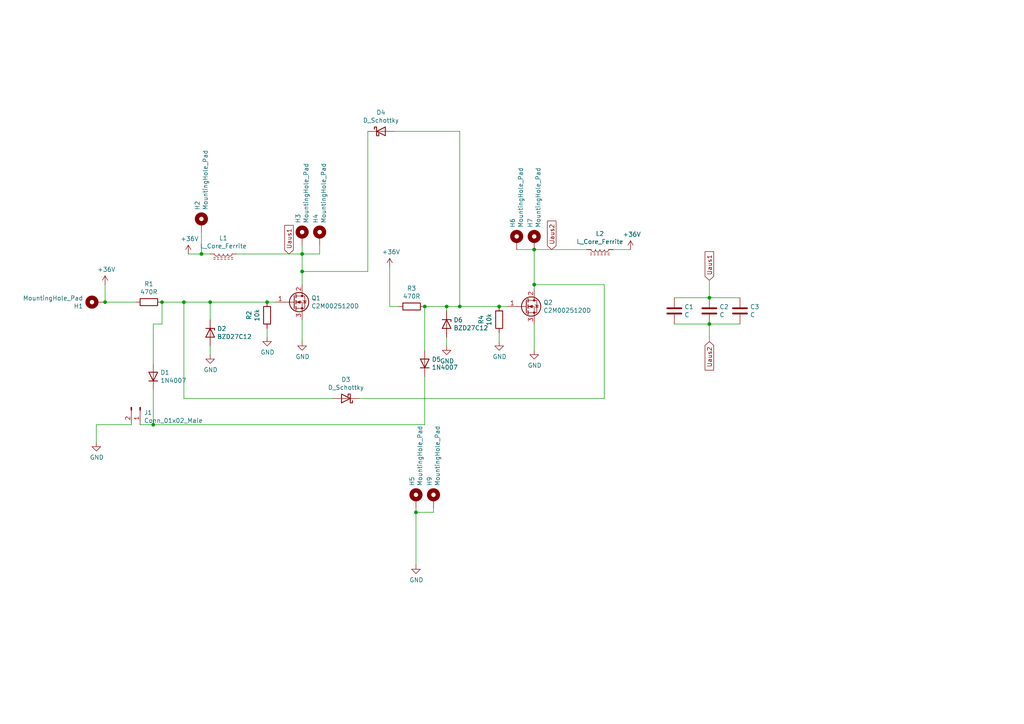
<source format=kicad_sch>
(kicad_sch (version 20231120) (generator "eeschema") (generator_version "8.0")
  (paper "A4")
  (title_block (title "mini ZVS") (date "2021-07-29") (rev "A2"))
  (lib_symbols
    (symbol "Device:C" (pin_numbers hide) (pin_names (offset 0.254))
      (property "Reference" "C" (at 0.635 2.54 0))
      (property "Value" "C" (at 0.635 -2.54 0))
      (symbol "C_0_1"
        (polyline (pts (xy -2.032 -0.762) (xy 2.032 -0.762)) (stroke (width 0.508)))
        (polyline (pts (xy -2.032 0.762) (xy 2.032 0.762)) (stroke (width 0.508)))
      )
      (symbol "C_1_1"
        (pin passive line (at 0 3.81 270) (length 2.794) (name "~") (number "1"))
        (pin passive line (at 0 -3.81 90) (length 2.794) (name "~") (number "2"))
      )
    )
    (symbol "Device:D_Schottky" (pin_numbers hide) (pin_names (offset 1.016) hide)
      (property "Reference" "D" (at 0 2.54 0))
      (property "Value" "D_Schottky" (at 0 -2.54 0))
      (symbol "D_Schottky_0_1"
        (polyline (pts (xy 1.27 0) (xy -1.27 0)))
        (polyline (pts (xy 1.27 1.27) (xy 1.27 -1.27) (xy -1.27 0) (xy 1.27 1.27)) (stroke (width 0.254)))
        (polyline (pts (xy -1.905 0.635) (xy -1.905 1.27) (xy -1.27 1.27) (xy -1.27 -1.27) (xy -0.635 -1.27) (xy -0.635 -0.635)) (stroke (width 0.254)))
      )
      (symbol "D_Schottky_1_1"
        (pin passive line (at -3.81 0 0) (length 2.54) (name "K") (number "1"))
        (pin passive line (at 3.81 0 180) (length 2.54) (name "A") (number "2"))
      )
    )
    (symbol "Device:R" (pin_numbers hide) (pin_names (offset 0))
      (property "Reference" "R" (at 2.032 0 90))
      (property "Value" "R" (at 0 0 90))
      (symbol "R_0_1"
        (rectangle (start -1.016 -2.54) (end 1.016 2.54) (stroke (width 0.254)))
      )
      (symbol "R_1_1"
        (pin passive line (at 0 3.81 270) (length 1.27) (name "~") (number "1"))
        (pin passive line (at 0 -3.81 90) (length 1.27) (name "~") (number "2"))
      )
    )
    (symbol "Diode:1N4007" (pin_numbers hide) (pin_names hide)
      (property "Reference" "D" (at 0 2.54 0))
      (property "Value" "1N4007" (at 0 -2.54 0))
      (symbol "1N4007_0_1"
        (polyline (pts (xy -1.27 1.27) (xy -1.27 -1.27)) (stroke (width 0.254)))
        (polyline (pts (xy 1.27 0) (xy -1.27 0)))
        (polyline (pts (xy 1.27 1.27) (xy 1.27 -1.27) (xy -1.27 0) (xy 1.27 1.27)) (stroke (width 0.254)))
      )
      (symbol "1N4007_1_1"
        (pin passive line (at -3.81 0 0) (length 2.54) (name "K") (number "1"))
        (pin passive line (at 3.81 0 180) (length 2.54) (name "A") (number "2"))
      )
    )
    (symbol "Diode:BZD27Cxx" (pin_numbers hide) (pin_names hide)
      (property "Reference" "D" (at 0 2.54 0))
      (property "Value" "BZD27Cxx" (at 0 -2.54 0))
      (symbol "BZD27Cxx_0_1"
        (polyline (pts (xy 1.27 0) (xy -1.27 0)))
        (polyline (pts (xy -1.27 -1.27) (xy -1.27 1.27) (xy -0.762 1.27)) (stroke (width 0.254)))
        (polyline (pts (xy 1.27 -1.27) (xy 1.27 1.27) (xy -1.27 0) (xy 1.27 -1.27)) (stroke (width 0.254)))
      )
      (symbol "BZD27Cxx_1_1"
        (pin passive line (at -3.81 0 0) (length 2.54) (name "K") (number "1"))
        (pin passive line (at 3.81 0 180) (length 2.54) (name "A") (number "2"))
      )
    )
    (symbol "Mechanical:MountingHole_Pad" (pin_numbers hide) (pin_names (offset 1.016) hide) (exclude_from_sim yes) (in_bom no)
      (property "Reference" "H" (at 0 6.35 0))
      (property "Value" "MountingHole_Pad" (at 0 4.445 0))
      (symbol "MountingHole_Pad_0_1"
        (circle (center 0 1.27) (radius 1.27) (stroke (width 1.27)))
      )
      (symbol "MountingHole_Pad_1_1"
        (pin input line (at 0 -2.54 90) (length 2.54) (name "1") (number "1"))
      )
    )
    (symbol "Transistor_FET:C2M0025120D" (pin_names hide)
      (property "Reference" "Q" (at 5.08 1.905 0))
      (property "Value" "C2M0025120D" (at 5.08 0 0))
      (symbol "C2M0025120D_0_1"
        (polyline (pts (xy 0.254 0) (xy -2.54 0)))
        (polyline (pts (xy 0.254 1.905) (xy 0.254 -1.905)) (stroke (width 0.254)))
        (polyline (pts (xy 0.762 -1.27) (xy 0.762 -2.286)) (stroke (width 0.254)))
        (polyline (pts (xy 0.762 0.508) (xy 0.762 -0.508)) (stroke (width 0.254)))
        (polyline (pts (xy 0.762 2.286) (xy 0.762 1.27)) (stroke (width 0.254)))
        (polyline (pts (xy 2.54 2.54) (xy 2.54 1.778)))
        (polyline (pts (xy 2.54 -2.54) (xy 2.54 0) (xy 0.762 0)))
        (polyline (pts (xy 0.762 -1.778) (xy 3.302 -1.778) (xy 3.302 1.778) (xy 0.762 1.778)))
        (polyline (pts (xy 1.016 0) (xy 2.032 0.381) (xy 2.032 -0.381) (xy 1.016 0)) (fill (type outline)))
        (polyline (pts (xy 2.794 0.508) (xy 2.921 0.381) (xy 3.683 0.381) (xy 3.81 0.254)))
        (polyline (pts (xy 3.302 0.381) (xy 2.921 -0.254) (xy 3.683 -0.254) (xy 3.302 0.381)))
        (circle (center 1.651 0) (radius 2.794) (stroke (width 0.254)))
        (circle (center 2.54 -1.778) (radius 0.254) (fill (type outline)))
        (circle (center 2.54 1.778) (radius 0.254) (fill (type outline)))
      )
      (symbol "C2M0025120D_1_1"
        (pin input line (at -5.08 0 0) (length 2.54) (name "G") (number "1"))
        (pin passive line (at 2.54 5.08 270) (length 2.54) (name "D") (number "2"))
        (pin passive line (at 2.54 -5.08 90) (length 2.54) (name "S") (number "3"))
      )
    )
    (symbol "mini_ZVS_2-rescue:+36V-power" (power) (pin_names (offset 0))
      (property "Value" "power_+36V" (at 0 3.556 0))
      (symbol "+36V-power_0_1"
        (polyline (pts (xy -0.762 1.27) (xy 0 2.54)))
        (polyline (pts (xy 0 0) (xy 0 2.54)))
        (polyline (pts (xy 0 2.54) (xy 0.762 1.27)))
      )
      (symbol "+36V-power_1_1"
        (pin power_in line (at 0 0 90) (length 0) hide (name "+36V") (number "1"))
      )
    )
    (symbol "mini_ZVS_2-rescue:Conn_01x02_Male-Connector" (pin_names (offset 1.016) hide)
      (property "Reference" "J" (at 0 2.54 0))
      (property "Value" "Connector_Conn_01x02_Male" (at 0 -5.08 0))
      (symbol "Conn_01x02_Male-Connector_1_1"
        (polyline (pts (xy 1.27 -2.54) (xy 0.8636 -2.54)) (stroke (width 0.1524)))
        (polyline (pts (xy 1.27 0) (xy 0.8636 0)) (stroke (width 0.1524)))
        (rectangle (start 0.8636 -2.413) (end 0 -2.667) (stroke (width 0.1524)) (fill (type outline)))
        (rectangle (start 0.8636 0.127) (end 0 -0.127) (stroke (width 0.1524)) (fill (type outline)))
        (pin passive line (at 5.08 0 180) (length 3.81) (name "Pin_1") (number "1"))
        (pin passive line (at 5.08 -2.54 180) (length 3.81) (name "Pin_2") (number "2"))
      )
    )
    (symbol "mini_ZVS_2-rescue:GND-power" (power) (pin_names (offset 0))
      (property "Value" "power_GND" (at 0 -3.81 0))
      (symbol "GND-power_0_1"
        (polyline (pts (xy 0 0) (xy 0 -1.27) (xy 1.27 -1.27) (xy 0 -2.54) (xy -1.27 -1.27) (xy 0 -1.27)))
      )
      (symbol "GND-power_1_1"
        (pin power_in line (at 0 0 270) (length 0) hide (name "GND") (number "1"))
      )
    )
    (symbol "mini_ZVS_2-rescue:L_Core_Ferrite-Device" (pin_numbers hide) (pin_names (offset 1.016) hide)
      (property "Reference" "L" (at -1.27 0 90))
      (property "Value" "Device_L_Core_Ferrite" (at 2.794 0 90))
      (symbol "L_Core_Ferrite-Device_0_1"
        (arc (start 0 -2.54) (mid 0.635 -1.905) (end 0 -1.27))
        (arc (start 0 -1.27) (mid 0.635 -0.635) (end 0 0))
        (polyline (pts (xy 1.016 -2.794) (xy 1.016 -2.286)))
        (polyline (pts (xy 1.016 -1.778) (xy 1.016 -1.27)))
        (polyline (pts (xy 1.016 -0.762) (xy 1.016 -0.254)))
        (polyline (pts (xy 1.016 0.254) (xy 1.016 0.762)))
        (polyline (pts (xy 1.016 1.27) (xy 1.016 1.778)))
        (polyline (pts (xy 1.016 2.286) (xy 1.016 2.794)))
        (polyline (pts (xy 1.524 -2.286) (xy 1.524 -2.794)))
        (polyline (pts (xy 1.524 -1.27) (xy 1.524 -1.778)))
        (polyline (pts (xy 1.524 -0.254) (xy 1.524 -0.762)))
        (polyline (pts (xy 1.524 0.762) (xy 1.524 0.254)))
        (polyline (pts (xy 1.524 1.778) (xy 1.524 1.27)))
        (polyline (pts (xy 1.524 2.794) (xy 1.524 2.286)))
        (arc (start 0 0) (mid 0.635 0.635) (end 0 1.27))
        (arc (start 0 1.27) (mid 0.635 1.905) (end 0 2.54))
      )
      (symbol "L_Core_Ferrite-Device_1_1"
        (pin passive line (at 0 3.81 270) (length 1.27) (name "1") (number "1"))
        (pin passive line (at 0 -3.81 90) (length 1.27) (name "2") (number "2"))
      )
    )
  )
  (junction (at 154.94 72.39))
  (junction (at 58.42 73.66))
  (junction (at 77.47 87.63))
  (junction (at 123.19 88.9))
  (junction (at 129.54 88.9))
  (junction (at 53.34 87.63))
  (junction (at 144.78 88.9))
  (junction (at 133.35 88.9))
  (junction (at 154.94 82.55))
  (junction (at 87.63 78.74))
  (junction (at 46.99 87.63))
  (junction (at 30.48 87.63))
  (junction (at 60.96 87.63))
  (junction (at 87.63 73.66))
  (junction (at 120.65 148.59))
  (junction (at 44.45 123.19))
  (junction (at 205.74 86.36))
  (junction (at 205.74 93.98))
  (wire (pts (xy 53.34 115.57) (xy 96.52 115.57)))
  (wire (pts (xy 44.45 113.03) (xy 44.45 123.19)))
  (wire (pts (xy 60.96 73.66) (xy 58.42 73.66)))
  (wire (pts (xy 125.73 148.59) (xy 125.73 147.32)))
  (wire (pts (xy 120.65 148.59) (xy 120.65 163.83)))
  (wire (pts (xy 113.03 88.9) (xy 115.57 88.9)))
  (wire (pts (xy 53.34 87.63) (xy 60.96 87.63)))
  (wire (pts (xy 87.63 73.66) (xy 87.63 78.74)))
  (wire (pts (xy 214.63 86.36) (xy 205.74 86.36)))
  (wire (pts (xy 58.42 73.66) (xy 54.61 73.66)))
  (wire (pts (xy 87.63 73.66) (xy 92.71 73.66)))
  (wire (pts (xy 46.99 93.98) (xy 44.45 93.98)))
  (wire (pts (xy 177.8 72.39) (xy 182.88 72.39)))
  (wire (pts (xy 53.34 87.63) (xy 53.34 115.57)))
  (wire (pts (xy 129.54 88.9) (xy 129.54 90.17)))
  (wire (pts (xy 58.42 67.31) (xy 58.42 73.66)))
  (wire (pts (xy 154.94 93.98) (xy 154.94 101.6)))
  (wire (pts (xy 133.35 38.1) (xy 133.35 88.9)))
  (wire (pts (xy 129.54 88.9) (xy 133.35 88.9)))
  (wire (pts (xy 44.45 123.19) (xy 123.19 123.19)))
  (wire (pts (xy 87.63 78.74) (xy 106.68 78.74)))
  (wire (pts (xy 87.63 78.74) (xy 87.63 82.55)))
  (wire (pts (xy 114.3 38.1) (xy 133.35 38.1)))
  (wire (pts (xy 87.63 99.06) (xy 87.63 92.71)))
  (wire (pts (xy 120.65 148.59) (xy 125.73 148.59)))
  (wire (pts (xy 123.19 88.9) (xy 123.19 101.6)))
  (wire (pts (xy 44.45 93.98) (xy 44.45 105.41)))
  (wire (pts (xy 40.64 123.19) (xy 44.45 123.19)))
  (wire (pts (xy 133.35 88.9) (xy 144.78 88.9)))
  (wire (pts (xy 175.26 115.57) (xy 175.26 82.55)))
  (wire (pts (xy 106.68 78.74) (xy 106.68 38.1)))
  (wire (pts (xy 154.94 83.82) (xy 154.94 82.55)))
  (wire (pts (xy 195.58 93.98) (xy 205.74 93.98)))
  (wire (pts (xy 104.14 115.57) (xy 175.26 115.57)))
  (wire (pts (xy 87.63 71.12) (xy 87.63 73.66)))
  (wire (pts (xy 92.71 73.66) (xy 92.71 71.12)))
  (wire (pts (xy 60.96 87.63) (xy 60.96 92.71)))
  (wire (pts (xy 120.65 147.32) (xy 120.65 148.59)))
  (wire (pts (xy 144.78 88.9) (xy 147.32 88.9)))
  (wire (pts (xy 39.37 87.63) (xy 30.48 87.63)))
  (wire (pts (xy 129.54 100.33) (xy 129.54 97.79)))
  (wire (pts (xy 30.48 82.55) (xy 30.48 87.63)))
  (wire (pts (xy 123.19 88.9) (xy 129.54 88.9)))
  (wire (pts (xy 214.63 93.98) (xy 205.74 93.98)))
  (wire (pts (xy 80.01 87.63) (xy 77.47 87.63)))
  (wire (pts (xy 175.26 82.55) (xy 154.94 82.55)))
  (wire (pts (xy 27.94 123.19) (xy 27.94 128.27)))
  (wire (pts (xy 60.96 102.87) (xy 60.96 100.33)))
  (wire (pts (xy 154.94 82.55) (xy 154.94 72.39)))
  (wire (pts (xy 77.47 97.79) (xy 77.47 95.25)))
  (wire (pts (xy 27.94 123.19) (xy 38.1 123.19)))
  (wire (pts (xy 60.96 87.63) (xy 77.47 87.63)))
  (wire (pts (xy 46.99 87.63) (xy 46.99 93.98)))
  (wire (pts (xy 205.74 81.28) (xy 205.74 86.36)))
  (wire (pts (xy 170.18 72.39) (xy 154.94 72.39)))
  (wire (pts (xy 149.86 72.39) (xy 154.94 72.39)))
  (wire (pts (xy 144.78 99.06) (xy 144.78 96.52)))
  (wire (pts (xy 195.58 86.36) (xy 205.74 86.36)))
  (wire (pts (xy 68.58 73.66) (xy 87.63 73.66)))
  (wire (pts (xy 205.74 99.06) (xy 205.74 93.98)))
  (wire (pts (xy 123.19 109.22) (xy 123.19 123.19)))
  (wire (pts (xy 113.03 77.47) (xy 113.03 88.9)))
  (wire (pts (xy 46.99 87.63) (xy 53.34 87.63)))
  (global_label "Uaus1" (shape input) (at 205.74 81.28 90) (property "Intersheetrefs" "${INTERSHEET_REFS}" (effects (hide yes))))
  (global_label "Uaus2" (shape input) (at 205.74 99.06 270) (property "Intersheetrefs" "${INTERSHEET_REFS}" (effects (hide yes))))
  (global_label "Uaus1" (shape input) (at 83.82 73.66 90) (property "Intersheetrefs" "${INTERSHEET_REFS}" (effects (hide yes))))
  (global_label "Uaus2" (shape input) (at 160.02 72.39 90) (property "Intersheetrefs" "${INTERSHEET_REFS}" (effects (hide yes))))
  (symbol (lib_id "Mechanical:MountingHole_Pad") (at 154.94 69.85 0) (unit 1)
    (property "Reference" "H7" (at 153.7716 66.04 90) (effects (justify left)))
    (property "Value" "MountingHole_Pad" (at 156.083 66.04 90) (effects (justify left)))
    (property "Footprint" "MountingHole:MountingHole_3.2mm_M3_DIN965_Pad" (effects (hide yes)))
  )
  (symbol (lib_id "Transistor_FET:C2M0025120D") (at 85.09 87.63 0) (unit 1)
    (property "Reference" "Q1" (at 90.2716 86.4616 0) (effects (justify left)))
    (property "Value" "C2M0025120D" (at 90.2716 88.773 0) (effects (justify left)))
    (property "Footprint" "Package_TO_SOT_THT:TO-247-3_Vertical" (effects (hide yes)))
    (property "Datasheet" "https://www.wolfspeed.com/media/downloads/161/C2M0025120D.pdf" (effects (hide yes)))
  )
  (symbol (lib_id "Transistor_FET:C2M0025120D") (at 152.4 88.9 0) (unit 1)
    (property "Reference" "Q2" (at 157.5816 87.7316 0) (effects (justify left)))
    (property "Value" "C2M0025120D" (at 157.5816 90.043 0) (effects (justify left)))
    (property "Footprint" "Package_TO_SOT_THT:TO-247-3_Vertical" (effects (hide yes)))
    (property "Datasheet" "https://www.wolfspeed.com/media/downloads/161/C2M0025120D.pdf" (effects (hide yes)))
  )
  (symbol (lib_id "Device:R") (at 43.18 87.63 270) (unit 1)
    (property "Reference" "R1" (at 43.18 82.3722 90))
    (property "Value" "470R" (at 43.18 84.6836 90))
    (property "Footprint" "Resistor_THT:R_Axial_Power_L20.0mm_W6.4mm_P7.62mm_Vertical" (effects (hide yes)))
  )
  (symbol (lib_id "Mechanical:MountingHole_Pad") (at 87.63 68.58 0) (unit 1)
    (property "Reference" "H3" (at 86.4616 64.77 90) (effects (justify left)))
    (property "Value" "MountingHole_Pad" (at 88.773 64.77 90) (effects (justify left)))
    (property "Footprint" "MountingHole:MountingHole_3.2mm_M3_DIN965_Pad" (effects (hide yes)))
  )
  (symbol (lib_id "mini_ZVS_2-rescue:GND-power") (at 87.63 99.06 0) (unit 1)
    (property "Reference" "#PWR06" (effects (hide yes)))
    (property "Value" "GND" (at 87.757 103.4542 0))
  )
  (symbol (lib_id "mini_ZVS_2-rescue:+36V-power") (at 30.48 82.55 0) (unit 1)
    (property "Reference" "#PWR02" (effects (hide yes)))
    (property "Value" "+36V" (at 30.861 78.1558 0))
  )
  (symbol (lib_id "mini_ZVS_2-rescue:+36V-power") (at 113.03 77.47 0) (unit 1)
    (property "Reference" "#PWR07" (effects (hide yes)))
    (property "Value" "+36V" (at 113.411 73.0758 0))
  )
  (symbol (lib_id "Mechanical:MountingHole_Pad") (at 120.65 144.78 0) (unit 1)
    (property "Reference" "H5" (at 119.4816 140.97 90) (effects (justify left)))
    (property "Value" "MountingHole_Pad" (at 121.793 140.97 90) (effects (justify left)))
    (property "Footprint" "MountingHole:MountingHole_3.2mm_M3_DIN965_Pad" (effects (hide yes)))
  )
  (symbol (lib_id "mini_ZVS_2-rescue:GND-power") (at 120.65 163.83 0) (unit 1)
    (property "Reference" "#PWR08" (effects (hide yes)))
    (property "Value" "GND" (at 120.777 168.2242 0))
  )
  (symbol (lib_id "mini_ZVS_2-rescue:GND-power") (at 154.94 101.6 0) (unit 1)
    (property "Reference" "#PWR011" (effects (hide yes)))
    (property "Value" "GND" (at 155.067 105.9942 0))
  )
  (symbol (lib_id "Device:D_Schottky") (at 100.33 115.57 180) (unit 1)
    (property "Reference" "D3" (at 100.33 110.0836 0))
    (property "Value" "D_Schottky" (at 100.33 112.395 0))
    (property "Footprint" "Diode_THT:D_DO-41_SOD81_P10.16mm_Horizontal" (effects (hide yes)))
  )
  (symbol (lib_id "Device:R") (at 119.38 88.9 270) (unit 1)
    (property "Reference" "R3" (at 119.38 83.6422 90))
    (property "Value" "470R" (at 119.38 85.9536 90))
    (property "Footprint" "Resistor_THT:R_Axial_Power_L20.0mm_W6.4mm_P7.62mm_Vertical" (effects (hide yes)))
  )
  (symbol (lib_id "mini_ZVS_2-rescue:GND-power") (at 60.96 102.87 0) (unit 1)
    (property "Reference" "#PWR04" (effects (hide yes)))
    (property "Value" "GND" (at 61.087 107.2642 0))
  )
  (symbol (lib_id "Device:D_Schottky") (at 110.49 38.1 0) (unit 1)
    (property "Reference" "D4" (at 110.49 32.6136 0))
    (property "Value" "D_Schottky" (at 110.49 34.925 0))
    (property "Footprint" "Diode_THT:D_DO-41_SOD81_P10.16mm_Horizontal" (effects (hide yes)))
  )
  (symbol (lib_id "Diode:BZD27Cxx") (at 60.96 96.52 270) (unit 1)
    (property "Reference" "D2" (at 62.9666 95.3516 90) (effects (justify left)))
    (property "Value" "BZD27C12" (at 62.9666 97.663 90) (effects (justify left)))
    (property "Footprint" "Diode_THT:D_DO-41_SOD81_P10.16mm_Horizontal" (effects (hide yes)))
    (property "Datasheet" "https://www.vishay.com/docs/85153/bzd27series.pdf" (effects (hide yes)))
  )
  (symbol (lib_id "Device:R") (at 77.47 91.44 0) (unit 1)
    (property "Reference" "R2" (at 72.2122 91.44 90))
    (property "Value" "10k" (at 74.5236 91.44 90))
    (property "Footprint" "Resistor_THT:R_Axial_DIN0204_L3.6mm_D1.6mm_P7.62mm_Horizontal" (effects (hide yes)))
  )
  (symbol (lib_id "mini_ZVS_2-rescue:GND-power") (at 77.47 97.79 0) (unit 1)
    (property "Reference" "#PWR05" (effects (hide yes)))
    (property "Value" "GND" (at 77.597 102.1842 0))
  )
  (symbol (lib_id "mini_ZVS_2-rescue:GND-power") (at 129.54 100.33 0) (unit 1)
    (property "Reference" "#PWR09" (effects (hide yes)))
    (property "Value" "GND" (at 129.667 104.7242 0))
  )
  (symbol (lib_id "Diode:BZD27Cxx") (at 129.54 93.98 270) (unit 1)
    (property "Reference" "D6" (at 131.5466 92.8116 90) (effects (justify left)))
    (property "Value" "BZD27C12" (at 131.5466 95.123 90) (effects (justify left)))
    (property "Footprint" "Diode_THT:D_DO-41_SOD81_P10.16mm_Horizontal" (effects (hide yes)))
    (property "Datasheet" "https://www.vishay.com/docs/85153/bzd27series.pdf" (effects (hide yes)))
  )
  (symbol (lib_id "Device:R") (at 144.78 92.71 0) (unit 1)
    (property "Reference" "R4" (at 139.5222 92.71 90))
    (property "Value" "10k" (at 141.8336 92.71 90))
    (property "Footprint" "Resistor_THT:R_Axial_DIN0204_L3.6mm_D1.6mm_P7.62mm_Horizontal" (effects (hide yes)))
  )
  (symbol (lib_id "mini_ZVS_2-rescue:GND-power") (at 144.78 99.06 0) (unit 1)
    (property "Reference" "#PWR010" (effects (hide yes)))
    (property "Value" "GND" (at 144.907 103.4542 0))
  )
  (symbol (lib_id "Mechanical:MountingHole_Pad") (at 27.94 87.63 90) (unit 1)
    (property "Reference" "H1" (at 24.13 88.7984 90) (effects (justify left)))
    (property "Value" "MountingHole_Pad" (at 24.13 86.487 90) (effects (justify left)))
    (property "Footprint" "MountingHole:MountingHole_2.2mm_M2_Pad_Via" (effects (hide yes)))
  )
  (symbol (lib_id "mini_ZVS_2-rescue:L_Core_Ferrite-Device") (at 64.77 73.66 270) (unit 1)
    (property "Reference" "L1" (at 64.77 69.0626 90))
    (property "Value" "L_Core_Ferrite" (at 64.77 71.374 90))
    (property "Footprint" "Inductor_THT:L_Toroid_Vertical_L17.8mm_W9.7mm_P7.11mm_Pulse_B" (effects (hide yes)))
  )
  (symbol (lib_id "mini_ZVS_2-rescue:L_Core_Ferrite-Device") (at 173.99 72.39 270) (unit 1)
    (property "Reference" "L2" (at 173.99 67.7926 90))
    (property "Value" "L_Core_Ferrite" (at 173.99 70.104 90))
    (property "Footprint" "Inductor_THT:L_Toroid_Vertical_L17.8mm_W9.7mm_P7.11mm_Pulse_B" (effects (hide yes)))
  )
  (symbol (lib_id "mini_ZVS_2-rescue:+36V-power") (at 54.61 73.66 0) (unit 1)
    (property "Reference" "#PWR03" (effects (hide yes)))
    (property "Value" "+36V" (at 54.991 69.2658 0))
  )
  (symbol (lib_id "mini_ZVS_2-rescue:+36V-power") (at 182.88 72.39 0) (unit 1)
    (property "Reference" "#PWR012" (effects (hide yes)))
    (property "Value" "+36V" (at 183.261 67.9958 0))
  )
  (symbol (lib_id "Mechanical:MountingHole_Pad") (at 58.42 64.77 0) (unit 1)
    (property "Reference" "H2" (at 57.2516 60.96 90) (effects (justify left)))
    (property "Value" "MountingHole_Pad" (at 59.563 60.96 90) (effects (justify left)))
    (property "Footprint" "MountingHole:MountingHole_2.2mm_M2_Pad_Via" (effects (hide yes)))
  )
  (symbol (lib_id "Mechanical:MountingHole_Pad") (at 92.71 68.58 0) (unit 1)
    (property "Reference" "H4" (at 91.5416 64.77 90) (effects (justify left)))
    (property "Value" "MountingHole_Pad" (at 93.853 64.77 90) (effects (justify left)))
    (property "Footprint" "MountingHole:MountingHole_2.2mm_M2_Pad_Via" (effects (hide yes)))
  )
  (symbol (lib_id "Mechanical:MountingHole_Pad") (at 149.86 69.85 0) (unit 1)
    (property "Reference" "H6" (at 148.6916 66.04 90) (effects (justify left)))
    (property "Value" "MountingHole_Pad" (at 151.003 66.04 90) (effects (justify left)))
    (property "Footprint" "MountingHole:MountingHole_2.2mm_M2_Pad_Via" (effects (hide yes)))
  )
  (symbol (lib_id "Device:C") (at 195.58 90.17 0) (unit 1)
    (property "Reference" "C1" (at 198.501 89.0016 0) (effects (justify left)))
    (property "Value" "C" (at 198.501 91.313 0) (effects (justify left)))
    (property "Footprint" "Capacitor_THT:C_Rect_L24.0mm_W10.1mm_P22.50mm_MKT" (effects (hide yes)))
  )
  (symbol (lib_id "Device:C") (at 205.74 90.17 0) (unit 1)
    (property "Reference" "C2" (at 208.661 89.0016 0) (effects (justify left)))
    (property "Value" "C" (at 208.661 91.313 0) (effects (justify left)))
    (property "Footprint" "Capacitor_THT:C_Rect_L24.0mm_W10.1mm_P22.50mm_MKT" (effects (hide yes)))
  )
  (symbol (lib_id "Device:C") (at 214.63 90.17 0) (unit 1)
    (property "Reference" "C3" (at 217.551 89.0016 0) (effects (justify left)))
    (property "Value" "C" (at 217.551 91.313 0) (effects (justify left)))
    (property "Footprint" "Capacitor_THT:C_Rect_L24.0mm_W10.1mm_P22.50mm_MKT" (effects (hide yes)))
  )
  (symbol (lib_id "Diode:1N4007") (at 44.45 109.22 90) (unit 1)
    (property "Reference" "D1" (at 46.482 108.0516 90) (effects (justify right)))
    (property "Value" "1N4007" (at 46.482 110.363 90) (effects (justify right)))
    (property "Footprint" "Diode_THT:D_DO-41_SOD81_P10.16mm_Horizontal" (effects (hide yes)))
    (property "Datasheet" "http://www.vishay.com/docs/88503/1n4001.pdf" (effects (hide yes)))
  )
  (symbol (lib_id "Diode:1N4007") (at 123.19 105.41 90) (unit 1)
    (property "Reference" "D5" (at 125.222 104.2416 90) (effects (justify right)))
    (property "Value" "1N4007" (at 125.222 106.553 90) (effects (justify right)))
    (property "Footprint" "Diode_THT:D_DO-41_SOD81_P10.16mm_Horizontal" (effects (hide yes)))
    (property "Datasheet" "http://www.vishay.com/docs/88503/1n4001.pdf" (effects (hide yes)))
  )
  (symbol (lib_id "mini_ZVS_2-rescue:GND-power") (at 27.94 128.27 0) (unit 1)
    (property "Reference" "#PWR01" (effects (hide yes)))
    (property "Value" "GND" (at 28.067 132.6642 0))
  )
  (symbol (lib_id "Mechanical:MountingHole_Pad") (at 125.73 144.78 0) (unit 1)
    (property "Reference" "H9" (at 124.5616 140.97 90) (effects (justify left)))
    (property "Value" "MountingHole_Pad" (at 126.873 140.97 90) (effects (justify left)))
    (property "Footprint" "MountingHole:MountingHole_3.2mm_M3_DIN965_Pad" (effects (hide yes)))
  )
  (symbol (lib_id "mini_ZVS_2-rescue:Conn_01x02_Male-Connector") (at 40.64 118.11 270) (unit 1)
    (property "Reference" "J1" (at 41.7576 119.6848 90) (effects (justify left)))
    (property "Value" "Conn_01x02_Male" (at 41.7576 121.9962 90) (effects (justify left)))
    (property "Footprint" "Connector_PinHeader_2.54mm:PinHeader_1x02_P2.54mm_Vertical" (effects (hide yes)))
  )
)
</source>
